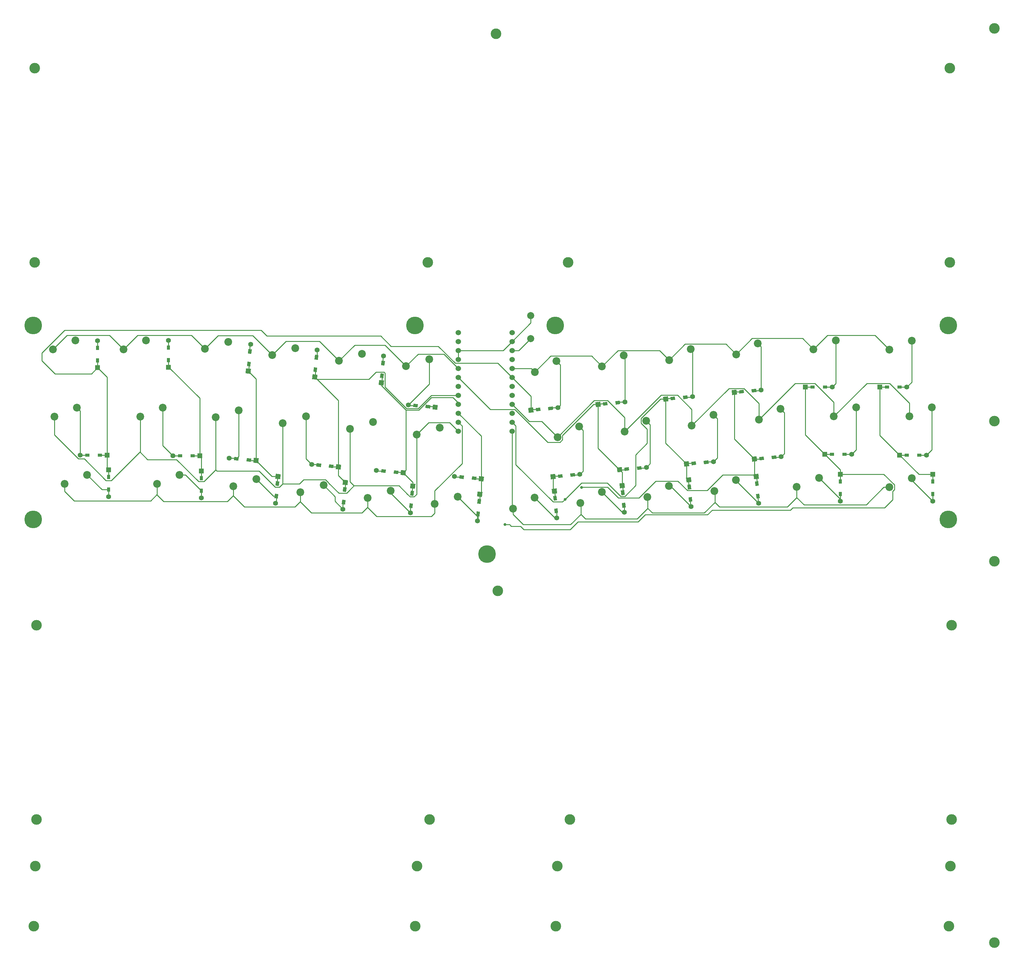
<source format=gbl>
%TF.GenerationSoftware,KiCad,Pcbnew,(5.1.6-0-10_14)*%
%TF.CreationDate,2020-09-01T22:17:50+09:00*%
%TF.ProjectId,cool836,636f6f6c-3833-4362-9e6b-696361645f70,rev?*%
%TF.SameCoordinates,Original*%
%TF.FileFunction,Copper,L2,Bot*%
%TF.FilePolarity,Positive*%
%FSLAX46Y46*%
G04 Gerber Fmt 4.6, Leading zero omitted, Abs format (unit mm)*
G04 Created by KiCad (PCBNEW (5.1.6-0-10_14)) date 2020-09-01 22:17:50*
%MOMM*%
%LPD*%
G01*
G04 APERTURE LIST*
%TA.AperFunction,WasherPad*%
%ADD10C,3.000000*%
%TD*%
%TA.AperFunction,WasherPad*%
%ADD11C,5.000000*%
%TD*%
%TA.AperFunction,ComponentPad*%
%ADD12C,1.524000*%
%TD*%
%TA.AperFunction,ComponentPad*%
%ADD13C,2.200000*%
%TD*%
%TA.AperFunction,ComponentPad*%
%ADD14C,1.397000*%
%TD*%
%TA.AperFunction,ComponentPad*%
%ADD15R,1.397000X1.397000*%
%TD*%
%TA.AperFunction,SMDPad,CuDef*%
%ADD16R,0.950000X1.300000*%
%TD*%
%TA.AperFunction,ComponentPad*%
%ADD17C,0.100000*%
%TD*%
%TA.AperFunction,SMDPad,CuDef*%
%ADD18C,0.100000*%
%TD*%
%TA.AperFunction,SMDPad,CuDef*%
%ADD19R,1.300000X0.950000*%
%TD*%
%TA.AperFunction,ComponentPad*%
%ADD20C,2.000000*%
%TD*%
%TA.AperFunction,ViaPad*%
%ADD21C,0.800000*%
%TD*%
%TA.AperFunction,Conductor*%
%ADD22C,0.250000*%
%TD*%
G04 APERTURE END LIST*
D10*
%TO.P,REF\u002A\u002A,*%
%TO.N,*%
X198000000Y-81125000D03*
%TD*%
%TO.P,REF\u002A\u002A,*%
%TO.N,*%
X309275000Y-81125000D03*
%TD*%
%TO.P,REF\u002A\u002A,*%
%TO.N,*%
X158275000Y-81125000D03*
%TD*%
%TO.P,REF\u002A\u002A,*%
%TO.N,*%
X50275000Y-81125000D03*
%TD*%
%TO.P,REF\u002A\u002A,*%
%TO.N,*%
X322175000Y61950000D03*
%TD*%
%TO.P,REF\u002A\u002A,*%
%TO.N,*%
X322175000Y173225000D03*
%TD*%
%TO.P,REF\u002A\u002A,*%
%TO.N,*%
X322175000Y22225000D03*
%TD*%
%TO.P,REF\u002A\u002A,*%
%TO.N,*%
X322175000Y-85775000D03*
%TD*%
%TO.P,REF\u002A\u002A,*%
%TO.N,*%
X158725000Y-64100000D03*
%TD*%
%TO.P,REF\u002A\u002A,*%
%TO.N,*%
X50725000Y-64100000D03*
%TD*%
%TO.P,REF\u002A\u002A,*%
%TO.N,*%
X309725000Y-64100000D03*
%TD*%
%TO.P,REF\u002A\u002A,*%
%TO.N,*%
X198450000Y-64100000D03*
%TD*%
%TO.P,REF\u002A\u002A,*%
%TO.N,*%
X51050000Y4125000D03*
%TD*%
%TO.P,REF\u002A\u002A,*%
%TO.N,*%
X51050000Y-50875000D03*
%TD*%
%TO.P,REF\u002A\u002A,*%
%TO.N,*%
X202050000Y-50875000D03*
%TD*%
%TO.P,REF\u002A\u002A,*%
%TO.N,*%
X162325000Y-50875000D03*
%TD*%
%TO.P,REF\u002A\u002A,*%
%TO.N,*%
X181650000Y13885000D03*
%TD*%
%TO.P,REF\u002A\u002A,*%
%TO.N,*%
X310050000Y4125000D03*
%TD*%
%TO.P,REF\u002A\u002A,*%
%TO.N,*%
X310050000Y-50875000D03*
%TD*%
%TO.P,REF\u002A\u002A,*%
%TO.N,*%
X309525000Y106950000D03*
%TD*%
%TO.P,REF\u002A\u002A,*%
%TO.N,*%
X309525000Y161950000D03*
%TD*%
%TO.P,REF\u002A\u002A,*%
%TO.N,*%
X181125000Y171710000D03*
%TD*%
%TO.P,REF\u002A\u002A,*%
%TO.N,*%
X201525000Y106950000D03*
%TD*%
%TO.P,REF\u002A\u002A,*%
%TO.N,*%
X161800000Y106950000D03*
%TD*%
%TO.P,REF\u002A\u002A,*%
%TO.N,*%
X50525000Y106950000D03*
%TD*%
%TO.P,REF\u002A\u002A,*%
%TO.N,*%
X50525000Y161950000D03*
%TD*%
D11*
%TO.P,REF\u002A\u002A,*%
%TO.N,*%
X197850000Y89075000D03*
%TD*%
D12*
%TO.P,U1,1*%
%TO.N,Net-(U1-Pad1)*%
X170413600Y87053000D03*
%TO.P,U1,2*%
%TO.N,Net-(U1-Pad2)*%
X170413600Y84513000D03*
%TO.P,U1,3*%
%TO.N,GND*%
X170413600Y81973000D03*
%TO.P,U1,4*%
X170413600Y79433000D03*
%TO.P,U1,5*%
%TO.N,col0*%
X170413600Y76893000D03*
%TO.P,U1,6*%
%TO.N,row1*%
X170413600Y74353000D03*
%TO.P,U1,7*%
%TO.N,Net-(U1-Pad7)*%
X170413600Y71813000D03*
%TO.P,U1,8*%
%TO.N,row3*%
X170413600Y69273000D03*
%TO.P,U1,9*%
%TO.N,row4*%
X170413600Y66733000D03*
%TO.P,U1,10*%
%TO.N,row5*%
X170413600Y64193000D03*
%TO.P,U1,11*%
%TO.N,col2*%
X170413600Y61653000D03*
%TO.P,U1,12*%
%TO.N,col1*%
X170413600Y59113000D03*
%TO.P,U1,13*%
%TO.N,col5*%
X185633600Y59113000D03*
%TO.P,U1,14*%
%TO.N,row2*%
X185633600Y61653000D03*
%TO.P,U1,15*%
%TO.N,Net-(U1-Pad15)*%
X185633600Y64193000D03*
%TO.P,U1,16*%
%TO.N,col4*%
X185633600Y66733000D03*
%TO.P,U1,17*%
%TO.N,Net-(U1-Pad17)*%
X185633600Y69273000D03*
%TO.P,U1,18*%
%TO.N,Net-(U1-Pad18)*%
X185633600Y71813000D03*
%TO.P,U1,19*%
%TO.N,row0*%
X185633600Y74353000D03*
%TO.P,U1,20*%
%TO.N,col3*%
X185633600Y76893000D03*
%TO.P,U1,21*%
%TO.N,VCC*%
X185633600Y79433000D03*
%TO.P,U1,22*%
%TO.N,reset*%
X185633600Y81973000D03*
%TO.P,U1,23*%
%TO.N,GND*%
X185633600Y84513000D03*
%TO.P,U1,24*%
%TO.N,Net-(U1-Pad24)*%
X185633600Y87053000D03*
%TD*%
D11*
%TO.P,REF\u002A\u002A,*%
%TO.N,*%
X178525000Y24325000D03*
%TD*%
%TO.P,REF\u002A\u002A,*%
%TO.N,*%
X50125000Y34075000D03*
%TD*%
%TO.P,REF\u002A\u002A,*%
%TO.N,*%
X50125000Y89075000D03*
%TD*%
%TO.P,REF\u002A\u002A,*%
%TO.N,*%
X158125000Y89075000D03*
%TD*%
%TO.P,REF\u002A\u002A,*%
%TO.N,*%
X309125000Y34075000D03*
%TD*%
%TO.P,REF\u002A\u002A,*%
%TO.N,*%
X309125000Y89075000D03*
%TD*%
D13*
%TO.P,SW1,1*%
%TO.N,col0*%
X55715000Y82315000D03*
%TO.P,SW1,2*%
%TO.N,Net-(D1-Pad2)*%
X62065000Y84855000D03*
%TD*%
%TO.P,SW7,2*%
%TO.N,Net-(D7-Pad2)*%
X62465000Y65755000D03*
%TO.P,SW7,1*%
%TO.N,col1*%
X56115000Y63215000D03*
%TD*%
D14*
%TO.P,D1,2*%
%TO.N,Net-(D1-Pad2)*%
X68325000Y84710000D03*
D15*
%TO.P,D1,1*%
%TO.N,row0*%
X68325000Y77090000D03*
D16*
X68325000Y79125000D03*
%TO.P,D1,2*%
%TO.N,Net-(D1-Pad2)*%
X68325000Y82675000D03*
%TD*%
D14*
%TO.P,D2,2*%
%TO.N,Net-(D2-Pad2)*%
X88400000Y84860000D03*
D15*
%TO.P,D2,1*%
%TO.N,row1*%
X88400000Y77240000D03*
D16*
X88400000Y79275000D03*
%TO.P,D2,2*%
%TO.N,Net-(D2-Pad2)*%
X88400000Y82825000D03*
%TD*%
D14*
%TO.P,D3,2*%
%TO.N,Net-(D3-Pad2)*%
X111632063Y83695502D03*
%TA.AperFunction,ComponentPad*%
D17*
%TO.P,D3,1*%
%TO.N,row2*%
G36*
X111602901Y75347778D02*
G01*
X110211217Y75469534D01*
X110332973Y76861218D01*
X111724657Y76739462D01*
X111602901Y75347778D01*
G37*
%TD.AperFunction*%
%TA.AperFunction,SMDPad,CuDef*%
D18*
G36*
X111561840Y77442828D02*
G01*
X110615455Y77525626D01*
X110728758Y78820680D01*
X111675143Y78737882D01*
X111561840Y77442828D01*
G37*
%TD.AperFunction*%
%TA.AperFunction,SMDPad,CuDef*%
%TO.P,D3,2*%
%TO.N,Net-(D3-Pad2)*%
G36*
X111871242Y80979320D02*
G01*
X110924857Y81062118D01*
X111038160Y82357172D01*
X111984545Y82274374D01*
X111871242Y80979320D01*
G37*
%TD.AperFunction*%
%TD*%
D14*
%TO.P,D4,2*%
%TO.N,Net-(D4-Pad2)*%
X130457063Y82070502D03*
%TA.AperFunction,ComponentPad*%
D17*
%TO.P,D4,1*%
%TO.N,row3*%
G36*
X130427901Y73722778D02*
G01*
X129036217Y73844534D01*
X129157973Y75236218D01*
X130549657Y75114462D01*
X130427901Y73722778D01*
G37*
%TD.AperFunction*%
%TA.AperFunction,SMDPad,CuDef*%
D18*
G36*
X130386840Y75817828D02*
G01*
X129440455Y75900626D01*
X129553758Y77195680D01*
X130500143Y77112882D01*
X130386840Y75817828D01*
G37*
%TD.AperFunction*%
%TA.AperFunction,SMDPad,CuDef*%
%TO.P,D4,2*%
%TO.N,Net-(D4-Pad2)*%
G36*
X130696242Y79354320D02*
G01*
X129749857Y79437118D01*
X129863160Y80732172D01*
X130809545Y80649374D01*
X130696242Y79354320D01*
G37*
%TD.AperFunction*%
%TD*%
D14*
%TO.P,D5,2*%
%TO.N,Net-(D5-Pad2)*%
X149307063Y80420502D03*
%TA.AperFunction,ComponentPad*%
D17*
%TO.P,D5,1*%
%TO.N,row4*%
G36*
X149277901Y72072778D02*
G01*
X147886217Y72194534D01*
X148007973Y73586218D01*
X149399657Y73464462D01*
X149277901Y72072778D01*
G37*
%TD.AperFunction*%
%TA.AperFunction,SMDPad,CuDef*%
D18*
G36*
X149236840Y74167828D02*
G01*
X148290455Y74250626D01*
X148403758Y75545680D01*
X149350143Y75462882D01*
X149236840Y74167828D01*
G37*
%TD.AperFunction*%
%TA.AperFunction,SMDPad,CuDef*%
%TO.P,D5,2*%
%TO.N,Net-(D5-Pad2)*%
G36*
X149546242Y77704320D02*
G01*
X148599857Y77787118D01*
X148713160Y79082172D01*
X149659545Y78999374D01*
X149546242Y77704320D01*
G37*
%TD.AperFunction*%
%TD*%
D14*
%TO.P,D6,2*%
%TO.N,Net-(D6-Pad2)*%
X156279498Y66557063D03*
%TA.AperFunction,ComponentPad*%
D17*
%TO.P,D6,1*%
%TO.N,row5*%
G36*
X164627222Y66527901D02*
G01*
X164505466Y65136217D01*
X163113782Y65257973D01*
X163235538Y66649657D01*
X164627222Y66527901D01*
G37*
%TD.AperFunction*%
%TA.AperFunction,SMDPad,CuDef*%
D18*
G36*
X162532172Y66486840D02*
G01*
X162449374Y65540455D01*
X161154320Y65653758D01*
X161237118Y66600143D01*
X162532172Y66486840D01*
G37*
%TD.AperFunction*%
%TA.AperFunction,SMDPad,CuDef*%
%TO.P,D6,2*%
%TO.N,Net-(D6-Pad2)*%
G36*
X158995680Y66796242D02*
G01*
X158912882Y65849857D01*
X157617828Y65963160D01*
X157700626Y66909545D01*
X158995680Y66796242D01*
G37*
%TD.AperFunction*%
%TD*%
D19*
%TO.P,D7,2*%
%TO.N,Net-(D7-Pad2)*%
X65450000Y52275000D03*
%TO.P,D7,1*%
%TO.N,row0*%
X69000000Y52275000D03*
D15*
X71035000Y52275000D03*
D14*
%TO.P,D7,2*%
%TO.N,Net-(D7-Pad2)*%
X63415000Y52275000D03*
%TD*%
D19*
%TO.P,D8,2*%
%TO.N,Net-(D8-Pad2)*%
X91725000Y52100000D03*
%TO.P,D8,1*%
%TO.N,row1*%
X95275000Y52100000D03*
D15*
X97310000Y52100000D03*
D14*
%TO.P,D8,2*%
%TO.N,Net-(D8-Pad2)*%
X89690000Y52100000D03*
%TD*%
%TA.AperFunction,SMDPad,CuDef*%
D18*
%TO.P,D9,2*%
%TO.N,Net-(D9-Pad2)*%
G36*
X108320680Y51696242D02*
G01*
X108237882Y50749857D01*
X106942828Y50863160D01*
X107025626Y51809545D01*
X108320680Y51696242D01*
G37*
%TD.AperFunction*%
%TA.AperFunction,SMDPad,CuDef*%
%TO.P,D9,1*%
%TO.N,row2*%
G36*
X111857172Y51386840D02*
G01*
X111774374Y50440455D01*
X110479320Y50553758D01*
X110562118Y51500143D01*
X111857172Y51386840D01*
G37*
%TD.AperFunction*%
%TA.AperFunction,ComponentPad*%
D17*
G36*
X113952222Y51427901D02*
G01*
X113830466Y50036217D01*
X112438782Y50157973D01*
X112560538Y51549657D01*
X113952222Y51427901D01*
G37*
%TD.AperFunction*%
D14*
%TO.P,D9,2*%
%TO.N,Net-(D9-Pad2)*%
X105604498Y51457063D03*
%TD*%
%TA.AperFunction,SMDPad,CuDef*%
D18*
%TO.P,D10,2*%
%TO.N,Net-(D10-Pad2)*%
G36*
X131620680Y49896242D02*
G01*
X131537882Y48949857D01*
X130242828Y49063160D01*
X130325626Y50009545D01*
X131620680Y49896242D01*
G37*
%TD.AperFunction*%
%TA.AperFunction,SMDPad,CuDef*%
%TO.P,D10,1*%
%TO.N,row3*%
G36*
X135157172Y49586840D02*
G01*
X135074374Y48640455D01*
X133779320Y48753758D01*
X133862118Y49700143D01*
X135157172Y49586840D01*
G37*
%TD.AperFunction*%
%TA.AperFunction,ComponentPad*%
D17*
G36*
X137252222Y49627901D02*
G01*
X137130466Y48236217D01*
X135738782Y48357973D01*
X135860538Y49749657D01*
X137252222Y49627901D01*
G37*
%TD.AperFunction*%
D14*
%TO.P,D10,2*%
%TO.N,Net-(D10-Pad2)*%
X128904498Y49657063D03*
%TD*%
%TA.AperFunction,SMDPad,CuDef*%
D18*
%TO.P,D11,2*%
%TO.N,Net-(D11-Pad2)*%
G36*
X149970680Y48221242D02*
G01*
X149887882Y47274857D01*
X148592828Y47388160D01*
X148675626Y48334545D01*
X149970680Y48221242D01*
G37*
%TD.AperFunction*%
%TA.AperFunction,SMDPad,CuDef*%
%TO.P,D11,1*%
%TO.N,row4*%
G36*
X153507172Y47911840D02*
G01*
X153424374Y46965455D01*
X152129320Y47078758D01*
X152212118Y48025143D01*
X153507172Y47911840D01*
G37*
%TD.AperFunction*%
%TA.AperFunction,ComponentPad*%
D17*
G36*
X155602222Y47952901D02*
G01*
X155480466Y46561217D01*
X154088782Y46682973D01*
X154210538Y48074657D01*
X155602222Y47952901D01*
G37*
%TD.AperFunction*%
D14*
%TO.P,D11,2*%
%TO.N,Net-(D11-Pad2)*%
X147254498Y47982063D03*
%TD*%
%TO.P,D12,2*%
%TO.N,Net-(D12-Pad2)*%
X169329498Y46282063D03*
%TA.AperFunction,ComponentPad*%
D17*
%TO.P,D12,1*%
%TO.N,row5*%
G36*
X177677222Y46252901D02*
G01*
X177555466Y44861217D01*
X176163782Y44982973D01*
X176285538Y46374657D01*
X177677222Y46252901D01*
G37*
%TD.AperFunction*%
%TA.AperFunction,SMDPad,CuDef*%
D18*
G36*
X175582172Y46211840D02*
G01*
X175499374Y45265455D01*
X174204320Y45378758D01*
X174287118Y46325143D01*
X175582172Y46211840D01*
G37*
%TD.AperFunction*%
%TA.AperFunction,SMDPad,CuDef*%
%TO.P,D12,2*%
%TO.N,Net-(D12-Pad2)*%
G36*
X172045680Y46521242D02*
G01*
X171962882Y45574857D01*
X170667828Y45688160D01*
X170750626Y46634545D01*
X172045680Y46521242D01*
G37*
%TD.AperFunction*%
%TD*%
D14*
%TO.P,D13,2*%
%TO.N,Net-(D13-Pad2)*%
X71450000Y40515000D03*
D15*
%TO.P,D13,1*%
%TO.N,row0*%
X71450000Y48135000D03*
D16*
X71450000Y46100000D03*
%TO.P,D13,2*%
%TO.N,Net-(D13-Pad2)*%
X71450000Y42550000D03*
%TD*%
D14*
%TO.P,D14,2*%
%TO.N,Net-(D14-Pad2)*%
X97700000Y40215000D03*
D15*
%TO.P,D14,1*%
%TO.N,row1*%
X97700000Y47835000D03*
D16*
X97700000Y45800000D03*
%TO.P,D14,2*%
%TO.N,Net-(D14-Pad2)*%
X97700000Y42250000D03*
%TD*%
D14*
%TO.P,D15,2*%
%TO.N,Net-(D15-Pad2)*%
X118742937Y38679498D03*
%TA.AperFunction,ComponentPad*%
D17*
%TO.P,D15,1*%
%TO.N,row2*%
G36*
X118772099Y47027222D02*
G01*
X120163783Y46905466D01*
X120042027Y45513782D01*
X118650343Y45635538D01*
X118772099Y47027222D01*
G37*
%TD.AperFunction*%
%TA.AperFunction,SMDPad,CuDef*%
D18*
G36*
X118813160Y44932172D02*
G01*
X119759545Y44849374D01*
X119646242Y43554320D01*
X118699857Y43637118D01*
X118813160Y44932172D01*
G37*
%TD.AperFunction*%
%TA.AperFunction,SMDPad,CuDef*%
%TO.P,D15,2*%
%TO.N,Net-(D15-Pad2)*%
G36*
X118503758Y41395680D02*
G01*
X119450143Y41312882D01*
X119336840Y40017828D01*
X118390455Y40100626D01*
X118503758Y41395680D01*
G37*
%TD.AperFunction*%
%TD*%
D14*
%TO.P,D16,2*%
%TO.N,Net-(D16-Pad2)*%
X137792937Y37004498D03*
%TA.AperFunction,ComponentPad*%
D17*
%TO.P,D16,1*%
%TO.N,row3*%
G36*
X137822099Y45352222D02*
G01*
X139213783Y45230466D01*
X139092027Y43838782D01*
X137700343Y43960538D01*
X137822099Y45352222D01*
G37*
%TD.AperFunction*%
%TA.AperFunction,SMDPad,CuDef*%
D18*
G36*
X137863160Y43257172D02*
G01*
X138809545Y43174374D01*
X138696242Y41879320D01*
X137749857Y41962118D01*
X137863160Y43257172D01*
G37*
%TD.AperFunction*%
%TA.AperFunction,SMDPad,CuDef*%
%TO.P,D16,2*%
%TO.N,Net-(D16-Pad2)*%
G36*
X137553758Y39720680D02*
G01*
X138500143Y39637882D01*
X138386840Y38342828D01*
X137440455Y38425626D01*
X137553758Y39720680D01*
G37*
%TD.AperFunction*%
%TD*%
D14*
%TO.P,D17,2*%
%TO.N,Net-(D17-Pad2)*%
X156867937Y35954498D03*
%TA.AperFunction,ComponentPad*%
D17*
%TO.P,D17,1*%
%TO.N,row4*%
G36*
X156897099Y44302222D02*
G01*
X158288783Y44180466D01*
X158167027Y42788782D01*
X156775343Y42910538D01*
X156897099Y44302222D01*
G37*
%TD.AperFunction*%
%TA.AperFunction,SMDPad,CuDef*%
D18*
G36*
X156938160Y42207172D02*
G01*
X157884545Y42124374D01*
X157771242Y40829320D01*
X156824857Y40912118D01*
X156938160Y42207172D01*
G37*
%TD.AperFunction*%
%TA.AperFunction,SMDPad,CuDef*%
%TO.P,D17,2*%
%TO.N,Net-(D17-Pad2)*%
G36*
X156628758Y38670680D02*
G01*
X157575143Y38587882D01*
X157461840Y37292828D01*
X156515455Y37375626D01*
X156628758Y38670680D01*
G37*
%TD.AperFunction*%
%TD*%
%TA.AperFunction,SMDPad,CuDef*%
%TO.P,D18,2*%
%TO.N,Net-(D18-Pad2)*%
G36*
X175603758Y36370680D02*
G01*
X176550143Y36287882D01*
X176436840Y34992828D01*
X175490455Y35075626D01*
X175603758Y36370680D01*
G37*
%TD.AperFunction*%
%TA.AperFunction,SMDPad,CuDef*%
%TO.P,D18,1*%
%TO.N,row5*%
G36*
X175913160Y39907172D02*
G01*
X176859545Y39824374D01*
X176746242Y38529320D01*
X175799857Y38612118D01*
X175913160Y39907172D01*
G37*
%TD.AperFunction*%
%TA.AperFunction,ComponentPad*%
D17*
G36*
X175872099Y42002222D02*
G01*
X177263783Y41880466D01*
X177142027Y40488782D01*
X175750343Y40610538D01*
X175872099Y42002222D01*
G37*
%TD.AperFunction*%
D14*
%TO.P,D18,2*%
%TO.N,Net-(D18-Pad2)*%
X175842937Y33654498D03*
%TD*%
%TA.AperFunction,SMDPad,CuDef*%
D18*
%TO.P,D19,2*%
%TO.N,Net-(D19-Pad2)*%
G36*
X195955364Y65029558D02*
G01*
X195872566Y65975943D01*
X197167620Y66089246D01*
X197250418Y65142861D01*
X195955364Y65029558D01*
G37*
%TD.AperFunction*%
%TA.AperFunction,SMDPad,CuDef*%
%TO.P,D19,1*%
%TO.N,row0*%
G36*
X192418872Y64720156D02*
G01*
X192336074Y65666541D01*
X193631128Y65779844D01*
X193713926Y64833459D01*
X192418872Y64720156D01*
G37*
%TD.AperFunction*%
%TA.AperFunction,ComponentPad*%
D17*
G36*
X190362780Y64315918D02*
G01*
X190241024Y65707602D01*
X191632708Y65829358D01*
X191754464Y64437674D01*
X190362780Y64315918D01*
G37*
%TD.AperFunction*%
D14*
%TO.P,D19,2*%
%TO.N,Net-(D19-Pad2)*%
X198588748Y65736764D03*
%TD*%
%TA.AperFunction,SMDPad,CuDef*%
D18*
%TO.P,D20,2*%
%TO.N,Net-(D20-Pad2)*%
G36*
X214937118Y66649857D02*
G01*
X214854320Y67596242D01*
X216149374Y67709545D01*
X216232172Y66763160D01*
X214937118Y66649857D01*
G37*
%TD.AperFunction*%
%TA.AperFunction,SMDPad,CuDef*%
%TO.P,D20,1*%
%TO.N,row1*%
G36*
X211400626Y66340455D02*
G01*
X211317828Y67286840D01*
X212612882Y67400143D01*
X212695680Y66453758D01*
X211400626Y66340455D01*
G37*
%TD.AperFunction*%
%TA.AperFunction,ComponentPad*%
D17*
G36*
X209344534Y65936217D02*
G01*
X209222778Y67327901D01*
X210614462Y67449657D01*
X210736218Y66057973D01*
X209344534Y65936217D01*
G37*
%TD.AperFunction*%
D14*
%TO.P,D20,2*%
%TO.N,Net-(D20-Pad2)*%
X217570502Y67357063D03*
%TD*%
%TA.AperFunction,SMDPad,CuDef*%
D18*
%TO.P,D21,2*%
%TO.N,Net-(D21-Pad2)*%
G36*
X234087118Y68174857D02*
G01*
X234004320Y69121242D01*
X235299374Y69234545D01*
X235382172Y68288160D01*
X234087118Y68174857D01*
G37*
%TD.AperFunction*%
%TA.AperFunction,SMDPad,CuDef*%
%TO.P,D21,1*%
%TO.N,row2*%
G36*
X230550626Y67865455D02*
G01*
X230467828Y68811840D01*
X231762882Y68925143D01*
X231845680Y67978758D01*
X230550626Y67865455D01*
G37*
%TD.AperFunction*%
%TA.AperFunction,ComponentPad*%
D17*
G36*
X228494534Y67461217D02*
G01*
X228372778Y68852901D01*
X229764462Y68974657D01*
X229886218Y67582973D01*
X228494534Y67461217D01*
G37*
%TD.AperFunction*%
D14*
%TO.P,D21,2*%
%TO.N,Net-(D21-Pad2)*%
X236720502Y68882063D03*
%TD*%
%TA.AperFunction,SMDPad,CuDef*%
D18*
%TO.P,D22,2*%
%TO.N,Net-(D22-Pad2)*%
G36*
X253512118Y70074857D02*
G01*
X253429320Y71021242D01*
X254724374Y71134545D01*
X254807172Y70188160D01*
X253512118Y70074857D01*
G37*
%TD.AperFunction*%
%TA.AperFunction,SMDPad,CuDef*%
%TO.P,D22,1*%
%TO.N,row3*%
G36*
X249975626Y69765455D02*
G01*
X249892828Y70711840D01*
X251187882Y70825143D01*
X251270680Y69878758D01*
X249975626Y69765455D01*
G37*
%TD.AperFunction*%
%TA.AperFunction,ComponentPad*%
D17*
G36*
X247919534Y69361217D02*
G01*
X247797778Y70752901D01*
X249189462Y70874657D01*
X249311218Y69482973D01*
X247919534Y69361217D01*
G37*
%TD.AperFunction*%
D14*
%TO.P,D22,2*%
%TO.N,Net-(D22-Pad2)*%
X256145502Y70782063D03*
%TD*%
D19*
%TO.P,D23,2*%
%TO.N,Net-(D23-Pad2)*%
X274200000Y71625000D03*
%TO.P,D23,1*%
%TO.N,row4*%
X270650000Y71625000D03*
D15*
X268615000Y71625000D03*
D14*
%TO.P,D23,2*%
%TO.N,Net-(D23-Pad2)*%
X276235000Y71625000D03*
%TD*%
%TO.P,D24,2*%
%TO.N,Net-(D24-Pad2)*%
X297385000Y71625000D03*
D15*
%TO.P,D24,1*%
%TO.N,row5*%
X289765000Y71625000D03*
D19*
X291800000Y71625000D03*
%TO.P,D24,2*%
%TO.N,Net-(D24-Pad2)*%
X295350000Y71625000D03*
%TD*%
D14*
%TO.P,D25,2*%
%TO.N,Net-(D25-Pad2)*%
X204845502Y46882063D03*
%TA.AperFunction,ComponentPad*%
D17*
%TO.P,D25,1*%
%TO.N,row0*%
G36*
X196619534Y45461217D02*
G01*
X196497778Y46852901D01*
X197889462Y46974657D01*
X198011218Y45582973D01*
X196619534Y45461217D01*
G37*
%TD.AperFunction*%
%TA.AperFunction,SMDPad,CuDef*%
D18*
G36*
X198675626Y45865455D02*
G01*
X198592828Y46811840D01*
X199887882Y46925143D01*
X199970680Y45978758D01*
X198675626Y45865455D01*
G37*
%TD.AperFunction*%
%TA.AperFunction,SMDPad,CuDef*%
%TO.P,D25,2*%
%TO.N,Net-(D25-Pad2)*%
G36*
X202212118Y46174857D02*
G01*
X202129320Y47121242D01*
X203424374Y47234545D01*
X203507172Y46288160D01*
X202212118Y46174857D01*
G37*
%TD.AperFunction*%
%TD*%
D14*
%TO.P,D26,2*%
%TO.N,Net-(D26-Pad2)*%
X223663748Y48861764D03*
%TA.AperFunction,ComponentPad*%
D17*
%TO.P,D26,1*%
%TO.N,row1*%
G36*
X215437780Y47440918D02*
G01*
X215316024Y48832602D01*
X216707708Y48954358D01*
X216829464Y47562674D01*
X215437780Y47440918D01*
G37*
%TD.AperFunction*%
%TA.AperFunction,SMDPad,CuDef*%
D18*
G36*
X217493872Y47845156D02*
G01*
X217411074Y48791541D01*
X218706128Y48904844D01*
X218788926Y47958459D01*
X217493872Y47845156D01*
G37*
%TD.AperFunction*%
%TA.AperFunction,SMDPad,CuDef*%
%TO.P,D26,2*%
%TO.N,Net-(D26-Pad2)*%
G36*
X221030364Y48154558D02*
G01*
X220947566Y49100943D01*
X222242620Y49214246D01*
X222325418Y48267861D01*
X221030364Y48154558D01*
G37*
%TD.AperFunction*%
%TD*%
D14*
%TO.P,D27,2*%
%TO.N,Net-(D27-Pad2)*%
X242613748Y50486764D03*
%TA.AperFunction,ComponentPad*%
D17*
%TO.P,D27,1*%
%TO.N,row2*%
G36*
X234387780Y49065918D02*
G01*
X234266024Y50457602D01*
X235657708Y50579358D01*
X235779464Y49187674D01*
X234387780Y49065918D01*
G37*
%TD.AperFunction*%
%TA.AperFunction,SMDPad,CuDef*%
D18*
G36*
X236443872Y49470156D02*
G01*
X236361074Y50416541D01*
X237656128Y50529844D01*
X237738926Y49583459D01*
X236443872Y49470156D01*
G37*
%TD.AperFunction*%
%TA.AperFunction,SMDPad,CuDef*%
%TO.P,D27,2*%
%TO.N,Net-(D27-Pad2)*%
G36*
X239980364Y49779558D02*
G01*
X239897566Y50725943D01*
X241192620Y50839246D01*
X241275418Y49892861D01*
X239980364Y49779558D01*
G37*
%TD.AperFunction*%
%TD*%
D14*
%TO.P,D28,2*%
%TO.N,Net-(D28-Pad2)*%
X261820502Y51882063D03*
%TA.AperFunction,ComponentPad*%
D17*
%TO.P,D28,1*%
%TO.N,row3*%
G36*
X253594534Y50461217D02*
G01*
X253472778Y51852901D01*
X254864462Y51974657D01*
X254986218Y50582973D01*
X253594534Y50461217D01*
G37*
%TD.AperFunction*%
%TA.AperFunction,SMDPad,CuDef*%
D18*
G36*
X255650626Y50865455D02*
G01*
X255567828Y51811840D01*
X256862882Y51925143D01*
X256945680Y50978758D01*
X255650626Y50865455D01*
G37*
%TD.AperFunction*%
%TA.AperFunction,SMDPad,CuDef*%
%TO.P,D28,2*%
%TO.N,Net-(D28-Pad2)*%
G36*
X259187118Y51174857D02*
G01*
X259104320Y52121242D01*
X260399374Y52234545D01*
X260482172Y51288160D01*
X259187118Y51174857D01*
G37*
%TD.AperFunction*%
%TD*%
D14*
%TO.P,D29,2*%
%TO.N,Net-(D29-Pad2)*%
X281785000Y52550000D03*
D15*
%TO.P,D29,1*%
%TO.N,row4*%
X274165000Y52550000D03*
D19*
X276200000Y52550000D03*
%TO.P,D29,2*%
%TO.N,Net-(D29-Pad2)*%
X279750000Y52550000D03*
%TD*%
%TO.P,D30,2*%
%TO.N,Net-(D30-Pad2)*%
X300925000Y52325000D03*
%TO.P,D30,1*%
%TO.N,row5*%
X297375000Y52325000D03*
D15*
X295340000Y52325000D03*
D14*
%TO.P,D30,2*%
%TO.N,Net-(D30-Pad2)*%
X302960000Y52325000D03*
%TD*%
%TA.AperFunction,SMDPad,CuDef*%
D18*
%TO.P,D31,2*%
%TO.N,Net-(D31-Pad2)*%
G36*
X197599857Y37162882D02*
G01*
X198546242Y37245680D01*
X198659545Y35950626D01*
X197713160Y35867828D01*
X197599857Y37162882D01*
G37*
%TD.AperFunction*%
%TA.AperFunction,SMDPad,CuDef*%
%TO.P,D31,1*%
%TO.N,row0*%
G36*
X197290455Y40699374D02*
G01*
X198236840Y40782172D01*
X198350143Y39487118D01*
X197403758Y39404320D01*
X197290455Y40699374D01*
G37*
%TD.AperFunction*%
%TA.AperFunction,ComponentPad*%
D17*
G36*
X196886217Y42755466D02*
G01*
X198277901Y42877222D01*
X198399657Y41485538D01*
X197007973Y41363782D01*
X196886217Y42755466D01*
G37*
%TD.AperFunction*%
D14*
%TO.P,D31,2*%
%TO.N,Net-(D31-Pad2)*%
X198307063Y34529498D03*
%TD*%
%TA.AperFunction,SMDPad,CuDef*%
D18*
%TO.P,D32,2*%
%TO.N,Net-(D32-Pad2)*%
G36*
X216754558Y38744636D02*
G01*
X217700943Y38827434D01*
X217814246Y37532380D01*
X216867861Y37449582D01*
X216754558Y38744636D01*
G37*
%TD.AperFunction*%
%TA.AperFunction,SMDPad,CuDef*%
%TO.P,D32,1*%
%TO.N,row1*%
G36*
X216445156Y42281128D02*
G01*
X217391541Y42363926D01*
X217504844Y41068872D01*
X216558459Y40986074D01*
X216445156Y42281128D01*
G37*
%TD.AperFunction*%
%TA.AperFunction,ComponentPad*%
D17*
G36*
X216040918Y44337220D02*
G01*
X217432602Y44458976D01*
X217554358Y43067292D01*
X216162674Y42945536D01*
X216040918Y44337220D01*
G37*
%TD.AperFunction*%
D14*
%TO.P,D32,2*%
%TO.N,Net-(D32-Pad2)*%
X217461764Y36111252D03*
%TD*%
%TA.AperFunction,SMDPad,CuDef*%
D18*
%TO.P,D33,2*%
%TO.N,Net-(D33-Pad2)*%
G36*
X235599857Y40362882D02*
G01*
X236546242Y40445680D01*
X236659545Y39150626D01*
X235713160Y39067828D01*
X235599857Y40362882D01*
G37*
%TD.AperFunction*%
%TA.AperFunction,SMDPad,CuDef*%
%TO.P,D33,1*%
%TO.N,row2*%
G36*
X235290455Y43899374D02*
G01*
X236236840Y43982172D01*
X236350143Y42687118D01*
X235403758Y42604320D01*
X235290455Y43899374D01*
G37*
%TD.AperFunction*%
%TA.AperFunction,ComponentPad*%
D17*
G36*
X234886217Y45955466D02*
G01*
X236277901Y46077222D01*
X236399657Y44685538D01*
X235007973Y44563782D01*
X234886217Y45955466D01*
G37*
%TD.AperFunction*%
D14*
%TO.P,D33,2*%
%TO.N,Net-(D33-Pad2)*%
X236307063Y37729498D03*
%TD*%
%TA.AperFunction,SMDPad,CuDef*%
D18*
%TO.P,D34,2*%
%TO.N,Net-(D34-Pad2)*%
G36*
X254699857Y41337882D02*
G01*
X255646242Y41420680D01*
X255759545Y40125626D01*
X254813160Y40042828D01*
X254699857Y41337882D01*
G37*
%TD.AperFunction*%
%TA.AperFunction,SMDPad,CuDef*%
%TO.P,D34,1*%
%TO.N,row3*%
G36*
X254390455Y44874374D02*
G01*
X255336840Y44957172D01*
X255450143Y43662118D01*
X254503758Y43579320D01*
X254390455Y44874374D01*
G37*
%TD.AperFunction*%
%TA.AperFunction,ComponentPad*%
D17*
G36*
X253986217Y46930466D02*
G01*
X255377901Y47052222D01*
X255499657Y45660538D01*
X254107973Y45538782D01*
X253986217Y46930466D01*
G37*
%TD.AperFunction*%
D14*
%TO.P,D34,2*%
%TO.N,Net-(D34-Pad2)*%
X255407063Y38704498D03*
%TD*%
D16*
%TO.P,D35,2*%
%TO.N,Net-(D35-Pad2)*%
X278575000Y41300000D03*
%TO.P,D35,1*%
%TO.N,row4*%
X278575000Y44850000D03*
D15*
X278575000Y46885000D03*
D14*
%TO.P,D35,2*%
%TO.N,Net-(D35-Pad2)*%
X278575000Y39265000D03*
%TD*%
D16*
%TO.P,D36,2*%
%TO.N,Net-(D36-Pad2)*%
X304700000Y41300000D03*
%TO.P,D36,1*%
%TO.N,row5*%
X304700000Y44850000D03*
D15*
X304700000Y46885000D03*
D14*
%TO.P,D36,2*%
%TO.N,Net-(D36-Pad2)*%
X304700000Y39265000D03*
%TD*%
D13*
%TO.P,SW2,1*%
%TO.N,col0*%
X75715000Y82315000D03*
%TO.P,SW2,2*%
%TO.N,Net-(D2-Pad2)*%
X82065000Y84855000D03*
%TD*%
%TO.P,SW3,1*%
%TO.N,col0*%
X98750874Y82437398D03*
%TO.P,SW3,2*%
%TO.N,Net-(D3-Pad2)*%
X105298086Y84414293D03*
%TD*%
%TO.P,SW4,1*%
%TO.N,col0*%
X117750874Y80637398D03*
%TO.P,SW4,2*%
%TO.N,Net-(D4-Pad2)*%
X124298086Y82614293D03*
%TD*%
%TO.P,SW5,1*%
%TO.N,col0*%
X136650874Y79037398D03*
%TO.P,SW5,2*%
%TO.N,Net-(D5-Pad2)*%
X143198086Y81014293D03*
%TD*%
%TO.P,SW6,1*%
%TO.N,col0*%
X155650874Y77537398D03*
%TO.P,SW6,2*%
%TO.N,Net-(D6-Pad2)*%
X162198086Y79514293D03*
%TD*%
%TO.P,SW8,2*%
%TO.N,Net-(D8-Pad2)*%
X86765000Y65755000D03*
%TO.P,SW8,1*%
%TO.N,col1*%
X80415000Y63215000D03*
%TD*%
%TO.P,SW9,2*%
%TO.N,Net-(D9-Pad2)*%
X108298086Y65014293D03*
%TO.P,SW9,1*%
%TO.N,col1*%
X101750874Y63037398D03*
%TD*%
%TO.P,SW10,2*%
%TO.N,Net-(D10-Pad2)*%
X127298086Y63314293D03*
%TO.P,SW10,1*%
%TO.N,col1*%
X120750874Y61337398D03*
%TD*%
%TO.P,SW11,2*%
%TO.N,Net-(D11-Pad2)*%
X146298086Y61714293D03*
%TO.P,SW11,1*%
%TO.N,col1*%
X139750874Y59737398D03*
%TD*%
%TO.P,SW12,2*%
%TO.N,Net-(D12-Pad2)*%
X165198086Y60114293D03*
%TO.P,SW12,1*%
%TO.N,col1*%
X158650874Y58137398D03*
%TD*%
%TO.P,SW13,1*%
%TO.N,col2*%
X59015000Y44215000D03*
%TO.P,SW13,2*%
%TO.N,Net-(D13-Pad2)*%
X65365000Y46755000D03*
%TD*%
%TO.P,SW14,1*%
%TO.N,col2*%
X85215000Y44215000D03*
%TO.P,SW14,2*%
%TO.N,Net-(D14-Pad2)*%
X91565000Y46755000D03*
%TD*%
%TO.P,SW15,1*%
%TO.N,col2*%
X106750874Y43537398D03*
%TO.P,SW15,2*%
%TO.N,Net-(D15-Pad2)*%
X113298086Y45514293D03*
%TD*%
%TO.P,SW16,1*%
%TO.N,col2*%
X125750874Y41837398D03*
%TO.P,SW16,2*%
%TO.N,Net-(D16-Pad2)*%
X132298086Y43814293D03*
%TD*%
%TO.P,SW17,1*%
%TO.N,col2*%
X144750874Y40237398D03*
%TO.P,SW17,2*%
%TO.N,Net-(D17-Pad2)*%
X151298086Y42214293D03*
%TD*%
%TO.P,SW18,1*%
%TO.N,col2*%
X163750874Y38537398D03*
%TO.P,SW18,2*%
%TO.N,Net-(D18-Pad2)*%
X170298086Y40514293D03*
%TD*%
%TO.P,SW19,2*%
%TO.N,Net-(D19-Pad2)*%
X198212583Y78957045D03*
%TO.P,SW19,1*%
%TO.N,col3*%
X192108123Y75873271D03*
%TD*%
%TO.P,SW20,2*%
%TO.N,Net-(D20-Pad2)*%
X217212583Y80557045D03*
%TO.P,SW20,1*%
%TO.N,col3*%
X211108123Y77473271D03*
%TD*%
%TO.P,SW21,2*%
%TO.N,Net-(D21-Pad2)*%
X236212583Y82357045D03*
%TO.P,SW21,1*%
%TO.N,col3*%
X230108123Y79273271D03*
%TD*%
%TO.P,SW22,2*%
%TO.N,Net-(D22-Pad2)*%
X255212583Y83957045D03*
%TO.P,SW22,1*%
%TO.N,col3*%
X249108123Y80873271D03*
%TD*%
%TO.P,SW23,2*%
%TO.N,Net-(D23-Pad2)*%
X277265000Y84855000D03*
%TO.P,SW23,1*%
%TO.N,col3*%
X270915000Y82315000D03*
%TD*%
%TO.P,SW24,2*%
%TO.N,Net-(D24-Pad2)*%
X298765000Y84755000D03*
%TO.P,SW24,1*%
%TO.N,col3*%
X292415000Y82215000D03*
%TD*%
%TO.P,SW25,1*%
%TO.N,col4*%
X198508123Y57373271D03*
%TO.P,SW25,2*%
%TO.N,Net-(D25-Pad2)*%
X204612583Y60457045D03*
%TD*%
%TO.P,SW26,1*%
%TO.N,col4*%
X217508123Y58973271D03*
%TO.P,SW26,2*%
%TO.N,Net-(D26-Pad2)*%
X223612583Y62057045D03*
%TD*%
%TO.P,SW27,1*%
%TO.N,col4*%
X236508123Y60673271D03*
%TO.P,SW27,2*%
%TO.N,Net-(D27-Pad2)*%
X242612583Y63757045D03*
%TD*%
%TO.P,SW28,1*%
%TO.N,col4*%
X255508123Y62373271D03*
%TO.P,SW28,2*%
%TO.N,Net-(D28-Pad2)*%
X261612583Y65457045D03*
%TD*%
%TO.P,SW29,1*%
%TO.N,col4*%
X276715000Y63315000D03*
%TO.P,SW29,2*%
%TO.N,Net-(D29-Pad2)*%
X283065000Y65855000D03*
%TD*%
%TO.P,SW30,1*%
%TO.N,col4*%
X298115000Y63315000D03*
%TO.P,SW30,2*%
%TO.N,Net-(D30-Pad2)*%
X304465000Y65855000D03*
%TD*%
%TO.P,SW31,2*%
%TO.N,Net-(D31-Pad2)*%
X192012583Y40257045D03*
%TO.P,SW31,1*%
%TO.N,col5*%
X185908123Y37173271D03*
%TD*%
%TO.P,SW32,2*%
%TO.N,Net-(D32-Pad2)*%
X211112583Y41857045D03*
%TO.P,SW32,1*%
%TO.N,col5*%
X205008123Y38773271D03*
%TD*%
%TO.P,SW33,2*%
%TO.N,Net-(D33-Pad2)*%
X230012583Y43557045D03*
%TO.P,SW33,1*%
%TO.N,col5*%
X223908123Y40473271D03*
%TD*%
%TO.P,SW34,2*%
%TO.N,Net-(D34-Pad2)*%
X249012583Y45257045D03*
%TO.P,SW34,1*%
%TO.N,col5*%
X242908123Y42173271D03*
%TD*%
%TO.P,SW35,2*%
%TO.N,Net-(D35-Pad2)*%
X272565000Y45855000D03*
%TO.P,SW35,1*%
%TO.N,col5*%
X266215000Y43315000D03*
%TD*%
%TO.P,SW36,2*%
%TO.N,Net-(D36-Pad2)*%
X298765000Y45755000D03*
%TO.P,SW36,1*%
%TO.N,col5*%
X292415000Y43215000D03*
%TD*%
D20*
%TO.P,SW37,1*%
%TO.N,reset*%
X190950000Y85350000D03*
%TO.P,SW37,2*%
%TO.N,GND*%
X190950000Y91850000D03*
%TD*%
D21*
%TO.N,row2*%
X200625000Y39775000D03*
%TO.N,row3*%
X205352232Y43202232D03*
%TO.N,row4*%
X183625000Y32650000D03*
%TD*%
D22*
%TO.N,Net-(D1-Pad2)*%
X68325000Y83825000D02*
X68325000Y84710000D01*
X68325000Y83825000D02*
X68325000Y82675000D01*
%TO.N,row0*%
X197820299Y41943140D02*
X197642937Y42120502D01*
X197820299Y40093246D02*
X197820299Y41943140D01*
X197254498Y42508941D02*
X197642937Y42120502D01*
X197254498Y46217937D02*
X197254498Y42508941D01*
X197431860Y46395299D02*
X197254498Y46217937D01*
X199281754Y46395299D02*
X197431860Y46395299D01*
X191175106Y65250000D02*
X190997744Y65072638D01*
X193025000Y65250000D02*
X191175106Y65250000D01*
X68325000Y77090000D02*
X68325000Y79125000D01*
X71035000Y52275000D02*
X69000000Y52275000D01*
X71035000Y48550000D02*
X71450000Y48135000D01*
X71035000Y52275000D02*
X71035000Y48550000D01*
X71450000Y48135000D02*
X71450000Y46100000D01*
X71035000Y74380000D02*
X68325000Y77090000D01*
X185690650Y74407250D02*
X185636400Y74353000D01*
X190997744Y68988856D02*
X190997744Y65072638D01*
X185633600Y74353000D02*
X190997744Y68988856D01*
X66610000Y75375000D02*
X68325000Y77090000D01*
X56300000Y75375000D02*
X66610000Y75375000D01*
X52575000Y79100000D02*
X56300000Y75375000D01*
X185633600Y74353000D02*
X181640601Y78345999D01*
X164793010Y83150000D02*
X151400000Y83150000D01*
X52575000Y81284002D02*
X52575000Y79100000D01*
X58990998Y87700000D02*
X52575000Y81284002D01*
X181640601Y78345999D02*
X169597011Y78345999D01*
X114625000Y87700000D02*
X58990998Y87700000D01*
X116275000Y86050000D02*
X114625000Y87700000D01*
X169597011Y78345999D02*
X164793010Y83150000D01*
X148500000Y86050000D02*
X116275000Y86050000D01*
X151400000Y83150000D02*
X148500000Y86050000D01*
X71035000Y52275000D02*
X71035000Y74380000D01*
%TO.N,Net-(D2-Pad2)*%
X88400000Y82825000D02*
X88400000Y84860000D01*
%TO.N,row1*%
X88400000Y79275000D02*
X88400000Y77240000D01*
X97700000Y45800000D02*
X97700000Y47835000D01*
X97700000Y51710000D02*
X97310000Y52100000D01*
X97700000Y47835000D02*
X97700000Y51710000D01*
X216975000Y43524894D02*
X216797638Y43702256D01*
X216975000Y41675000D02*
X216975000Y43524894D01*
X216797638Y47472744D02*
X216072744Y48197638D01*
X216797638Y43702256D02*
X216797638Y47472744D01*
X217922638Y48197638D02*
X218100000Y48375000D01*
X216072744Y48197638D02*
X217922638Y48197638D01*
X210156860Y66870299D02*
X209979498Y66692937D01*
X212006754Y66870299D02*
X210156860Y66870299D01*
X212006754Y52263628D02*
X216072744Y48197638D01*
X209979498Y54290884D02*
X216072744Y48197638D01*
X209979498Y66692937D02*
X209979498Y54290884D01*
X199933124Y56689270D02*
X199192124Y55948270D01*
X199933124Y57886588D02*
X199933124Y56689270D01*
X208739473Y66692937D02*
X199933124Y57886588D01*
X209979498Y66692937D02*
X208739473Y66692937D01*
X88400000Y77240000D02*
X88510000Y77240000D01*
X97310000Y68440000D02*
X97310000Y52100000D01*
X88510000Y77240000D02*
X97310000Y68440000D01*
X97310000Y52100000D02*
X95275000Y52100000D01*
X195781920Y55948270D02*
X199001730Y55948270D01*
X186450189Y65280001D02*
X195781920Y55948270D01*
X199001730Y55948270D02*
X197824122Y55948270D01*
X179486599Y65280001D02*
X186450189Y65280001D01*
X170413600Y74353000D02*
X179486599Y65280001D01*
X199192124Y55948270D02*
X199001730Y55948270D01*
%TO.N,Net-(D3-Pad2)*%
X111454701Y83518140D02*
X111632063Y83695502D01*
X111454701Y81668246D02*
X111454701Y83518140D01*
%TO.N,row2*%
X119229701Y46093140D02*
X119407063Y46270502D01*
X119229701Y44243246D02*
X119229701Y46093140D01*
X117717937Y46270502D02*
X113195502Y50792937D01*
X119407063Y46270502D02*
X117717937Y46270502D01*
X111345608Y50792937D02*
X111168246Y50970299D01*
X113195502Y50792937D02*
X111345608Y50792937D01*
X113195502Y73876933D02*
X113195502Y50792937D01*
X110967937Y76104498D02*
X113195502Y73876933D01*
X111145299Y76281860D02*
X110967937Y76104498D01*
X111145299Y78131754D02*
X111145299Y76281860D01*
X235200106Y50000000D02*
X235022744Y49822638D01*
X237050000Y50000000D02*
X235200106Y50000000D01*
X235022744Y45940695D02*
X235642937Y45320502D01*
X235022744Y49822638D02*
X235022744Y45940695D01*
X235642937Y43470608D02*
X235820299Y43293246D01*
X235642937Y45320502D02*
X235642937Y43470608D01*
X229129498Y55715884D02*
X235022744Y49822638D01*
X229129498Y68217937D02*
X229129498Y55715884D01*
X229306860Y68395299D02*
X229129498Y68217937D01*
X231156754Y68395299D02*
X229306860Y68395299D01*
X222187582Y62741046D02*
X227664473Y68217937D01*
X223850001Y59710625D02*
X222187582Y61373044D01*
X216423834Y40661064D02*
X217556672Y40661064D01*
X222187582Y61373044D02*
X222187582Y62741046D01*
X217556672Y40661064D02*
X220622556Y43726948D01*
X223850001Y55658999D02*
X223850001Y59710625D01*
X220622556Y52431554D02*
X223850001Y55658999D01*
X220622556Y43726948D02*
X220622556Y52431554D01*
X212613054Y44471844D02*
X216423834Y40661064D01*
X205321844Y44471844D02*
X212613054Y44471844D01*
X227664473Y68217937D02*
X229129498Y68217937D01*
X199929310Y39079310D02*
X200625000Y39775000D01*
X186720601Y60565999D02*
X186720601Y49627842D01*
X186720601Y49627842D02*
X197269133Y39079310D01*
X185633600Y61653000D02*
X186720601Y60565999D01*
X200625000Y39775000D02*
X205321844Y44471844D01*
X197269133Y39079310D02*
X199929310Y39079310D01*
%TO.N,Net-(D4-Pad2)*%
X130457063Y80220608D02*
X130279701Y80043246D01*
X130457063Y82070502D02*
X130457063Y80220608D01*
%TO.N,row3*%
X129970299Y74656860D02*
X129792937Y74479498D01*
X129970299Y76506754D02*
X129970299Y74656860D01*
X136495502Y67776933D02*
X136495502Y48992937D01*
X129792937Y74479498D02*
X136495502Y67776933D01*
X134645608Y48992937D02*
X134468246Y49170299D01*
X136495502Y48992937D02*
X134645608Y48992937D01*
X136495502Y46557063D02*
X138457063Y44595502D01*
X136495502Y48992937D02*
X136495502Y46557063D01*
X138457063Y42745608D02*
X138279701Y42568246D01*
X138457063Y44595502D02*
X138457063Y42745608D01*
X248731860Y70295299D02*
X248554498Y70117937D01*
X250581754Y70295299D02*
X248731860Y70295299D01*
X248554498Y56892937D02*
X254229498Y51217937D01*
X248554498Y70117937D02*
X248554498Y56892937D01*
X256079392Y51217937D02*
X256256754Y51395299D01*
X254229498Y51217937D02*
X256079392Y51217937D01*
X254229498Y46808941D02*
X254742937Y46295502D01*
X254229498Y51217937D02*
X254229498Y46808941D01*
X254920299Y46118140D02*
X254742937Y46295502D01*
X254920299Y44268246D02*
X254920299Y46118140D01*
X254356393Y46682046D02*
X254742937Y46295502D01*
X245307896Y46682046D02*
X254356393Y46682046D01*
X235269133Y42279310D02*
X240905160Y42279310D01*
X232566397Y44982046D02*
X235269133Y42279310D01*
X226307896Y44982046D02*
X232566397Y44982046D01*
X221536904Y40211054D02*
X226307896Y44982046D01*
X215763946Y40211054D02*
X221536904Y40211054D01*
X212692954Y43282046D02*
X215763946Y40211054D01*
X240905160Y42279310D02*
X245307896Y46682046D01*
X130422436Y73849999D02*
X129792937Y74479498D01*
X145142421Y73849999D02*
X130422436Y73849999D01*
X147163112Y75870690D02*
X145142421Y73849999D01*
X149724667Y75547994D02*
X149401971Y75870690D01*
X149724667Y71597112D02*
X149724667Y75547994D01*
X149401971Y75870690D02*
X147163112Y75870690D01*
X155796932Y65524847D02*
X149724667Y71597112D01*
X159047508Y65524847D02*
X155796932Y65524847D01*
X162795661Y69273000D02*
X159047508Y65524847D01*
X170413600Y69273000D02*
X162795661Y69273000D01*
X207957046Y43282046D02*
X205432046Y43282046D01*
X207407896Y43282046D02*
X207957046Y43282046D01*
X205432046Y43282046D02*
X205352232Y43202232D01*
X207957046Y43282046D02*
X212692954Y43282046D01*
%TO.N,Net-(D5-Pad2)*%
X149129701Y80243140D02*
X149307063Y80420502D01*
X149129701Y78393246D02*
X149129701Y80243140D01*
%TO.N,row4*%
X157354701Y43368140D02*
X157532063Y43545502D01*
X157354701Y41518246D02*
X157354701Y43368140D01*
X157532063Y44631376D02*
X154845502Y47317937D01*
X157532063Y43545502D02*
X157532063Y44631376D01*
X148820299Y73006860D02*
X148642937Y72829498D01*
X148820299Y74856754D02*
X148820299Y73006860D01*
X278575000Y44850000D02*
X278575000Y46885000D01*
X278575000Y48140000D02*
X274165000Y52550000D01*
X278575000Y46885000D02*
X278575000Y48140000D01*
X276200000Y52550000D02*
X274165000Y52550000D01*
X268615000Y58100000D02*
X274165000Y52550000D01*
X268615000Y71625000D02*
X268615000Y58100000D01*
X270650000Y71625000D02*
X268615000Y71625000D01*
X290854002Y46885000D02*
X278575000Y46885000D01*
X293840001Y42530999D02*
X293840001Y43899001D01*
X293840001Y43899001D02*
X290854002Y46885000D01*
X185007578Y32650000D02*
X185203789Y32453789D01*
X183625000Y32650000D02*
X185007578Y32650000D01*
X185203789Y32453789D02*
X185457588Y32199990D01*
X154668140Y47495299D02*
X154845502Y47317937D01*
X152818246Y47495299D02*
X154668140Y47495299D01*
X148642937Y72042432D02*
X148642937Y72829498D01*
X155610531Y65074838D02*
X148642937Y72042432D01*
X159233908Y65074837D02*
X155610531Y65074838D01*
X162795079Y68636008D02*
X159233908Y65074837D01*
X168885876Y68636008D02*
X162795079Y68636008D01*
X170413600Y67108284D02*
X168885876Y68636008D01*
X170413600Y66733000D02*
X170413600Y67108284D01*
X155610531Y48082966D02*
X154845502Y47317937D01*
X155610531Y65074838D02*
X155610531Y48082966D01*
X185457588Y32199990D02*
X188025010Y32199990D01*
X188025010Y32199990D02*
X188975000Y31250000D01*
X188975000Y31250000D02*
X202125000Y31250000D01*
X202125000Y31250000D02*
X204275000Y33400000D01*
X204275000Y33400000D02*
X221325000Y33400000D01*
X221325000Y33400000D02*
X223375000Y35450000D01*
X223375000Y35450000D02*
X241000000Y35450000D01*
X241000000Y35450000D02*
X242275000Y36725000D01*
X242275000Y36725000D02*
X264400000Y36725000D01*
X264400000Y36725000D02*
X265050000Y37375000D01*
X265050000Y37375000D02*
X291100000Y37375000D01*
X293400000Y42090998D02*
X293840001Y42530999D01*
X293400000Y39675000D02*
X293400000Y42090998D01*
X291100000Y37375000D02*
X293400000Y39675000D01*
%TO.N,Net-(D6-Pad2)*%
X162198086Y72475651D02*
X156279498Y66557063D01*
X162198086Y79514293D02*
X162198086Y72475651D01*
X156456860Y66379701D02*
X156279498Y66557063D01*
X158306754Y66379701D02*
X156456860Y66379701D01*
%TO.N,row5*%
X163693140Y66070299D02*
X163870502Y65892937D01*
X161843246Y66070299D02*
X163693140Y66070299D01*
X175070608Y45617937D02*
X174893246Y45795299D01*
X176920502Y45617937D02*
X175070608Y45617937D01*
X176920502Y41658941D02*
X176507063Y41245502D01*
X176920502Y45617937D02*
X176920502Y41658941D01*
X176507063Y39395608D02*
X176329701Y39218246D01*
X176507063Y41245502D02*
X176507063Y39395608D01*
X291800000Y71625000D02*
X289765000Y71625000D01*
X297375000Y52325000D02*
X295340000Y52325000D01*
X300780000Y46885000D02*
X295340000Y52325000D01*
X304700000Y46885000D02*
X300780000Y46885000D01*
X304700000Y46885000D02*
X304700000Y44850000D01*
X289765000Y57900000D02*
X295340000Y52325000D01*
X289765000Y71625000D02*
X289765000Y57900000D01*
X176920502Y57686098D02*
X176920502Y45617937D01*
X170413600Y64193000D02*
X176920502Y57686098D01*
%TO.N,Net-(D7-Pad2)*%
X63415000Y52275000D02*
X65450000Y52275000D01*
X63415000Y64805000D02*
X62465000Y65755000D01*
X63415000Y52275000D02*
X63415000Y64805000D01*
%TO.N,Net-(D8-Pad2)*%
X86765000Y55025000D02*
X89690000Y52100000D01*
X86765000Y65755000D02*
X86765000Y55025000D01*
X89690000Y52100000D02*
X91725000Y52100000D01*
%TO.N,Net-(D9-Pad2)*%
X108298086Y51946033D02*
X107631754Y51279701D01*
X108298086Y65014293D02*
X108298086Y51946033D01*
X107454392Y51457063D02*
X107631754Y51279701D01*
X105604498Y51457063D02*
X107454392Y51457063D01*
%TO.N,Net-(D10-Pad2)*%
X127298086Y51263475D02*
X128904498Y49657063D01*
X127298086Y63314293D02*
X127298086Y51263475D01*
X130754392Y49657063D02*
X130931754Y49479701D01*
X128904498Y49657063D02*
X130754392Y49657063D01*
%TO.N,Net-(D11-Pad2)*%
X147431860Y47804701D02*
X147254498Y47982063D01*
X149281754Y47804701D02*
X147431860Y47804701D01*
%TO.N,Net-(D12-Pad2)*%
X169506860Y46104701D02*
X169329498Y46282063D01*
X171356754Y46104701D02*
X169506860Y46104701D01*
%TO.N,Net-(D13-Pad2)*%
X71450000Y42550000D02*
X71450000Y40515000D01*
X69570000Y42550000D02*
X65365000Y46755000D01*
X71450000Y42550000D02*
X69570000Y42550000D01*
%TO.N,Net-(D14-Pad2)*%
X93195000Y46755000D02*
X97700000Y42250000D01*
X91565000Y46755000D02*
X93195000Y46755000D01*
X97700000Y42250000D02*
X97700000Y40215000D01*
%TO.N,Net-(D15-Pad2)*%
X118742937Y38679498D02*
X118742937Y38592937D01*
X118920299Y38770299D02*
X118920299Y40706754D01*
X118742937Y38592937D02*
X118920299Y38770299D01*
X118105625Y40706754D02*
X118920299Y40706754D01*
X113298086Y45514293D02*
X118105625Y40706754D01*
%TO.N,Net-(D16-Pad2)*%
X135560670Y39236765D02*
X137792937Y37004498D01*
X135560670Y40551709D02*
X135560670Y39236765D01*
X132298086Y43814293D02*
X135560670Y40551709D01*
X137792937Y38854392D02*
X137970299Y39031754D01*
X137792937Y37004498D02*
X137792937Y38854392D01*
%TO.N,Net-(D17-Pad2)*%
X156867937Y37804392D02*
X157045299Y37981754D01*
X156867937Y35954498D02*
X156867937Y37804392D01*
X151298086Y41524349D02*
X151298086Y42214293D01*
X156867937Y35954498D02*
X151298086Y41524349D01*
%TO.N,Net-(D18-Pad2)*%
X176020299Y33831860D02*
X175842937Y33654498D01*
X176020299Y35681754D02*
X176020299Y33831860D01*
X175842937Y34969442D02*
X170298086Y40514293D01*
X175842937Y33654498D02*
X175842937Y34969442D01*
%TO.N,Net-(D19-Pad2)*%
X199312582Y66460598D02*
X198588748Y65736764D01*
X199312582Y77857046D02*
X199312582Y66460598D01*
X198212583Y78957045D02*
X199312582Y77857046D01*
X196738854Y65736764D02*
X196561492Y65559402D01*
X198588748Y65736764D02*
X196738854Y65736764D01*
%TO.N,Net-(D20-Pad2)*%
X217570502Y80199126D02*
X217570502Y67357063D01*
X217212583Y80557045D02*
X217570502Y80199126D01*
X215720608Y67357063D02*
X215543246Y67179701D01*
X217570502Y67357063D02*
X215720608Y67357063D01*
%TO.N,Net-(D21-Pad2)*%
X236543140Y68704701D02*
X236720502Y68882063D01*
X234693246Y68704701D02*
X236543140Y68704701D01*
X236720502Y81849126D02*
X236720502Y68882063D01*
X236212583Y82357045D02*
X236720502Y81849126D01*
%TO.N,Net-(D22-Pad2)*%
X256145502Y83024126D02*
X256145502Y70782063D01*
X255212583Y83957045D02*
X256145502Y83024126D01*
X255968140Y70604701D02*
X256145502Y70782063D01*
X254118246Y70604701D02*
X255968140Y70604701D01*
%TO.N,Net-(D23-Pad2)*%
X274200000Y71625000D02*
X276235000Y71625000D01*
X277265000Y72655000D02*
X276235000Y71625000D01*
X277265000Y84855000D02*
X277265000Y72655000D01*
%TO.N,Net-(D24-Pad2)*%
X298765000Y73005000D02*
X297385000Y71625000D01*
X298765000Y84755000D02*
X298765000Y73005000D01*
X295350000Y71625000D02*
X297385000Y71625000D01*
%TO.N,Net-(D25-Pad2)*%
X204668140Y46704701D02*
X204845502Y46882063D01*
X202818246Y46704701D02*
X204668140Y46704701D01*
X205712582Y47749143D02*
X204845502Y46882063D01*
X205712582Y59357046D02*
X205712582Y47749143D01*
X204612583Y60457045D02*
X205712582Y59357046D01*
%TO.N,Net-(D26-Pad2)*%
X223486386Y48684402D02*
X223663748Y48861764D01*
X221636492Y48684402D02*
X223486386Y48684402D01*
X224712582Y49910598D02*
X223663748Y48861764D01*
X224712582Y60957046D02*
X224712582Y49910598D01*
X223612583Y62057045D02*
X224712582Y60957046D01*
X223663748Y48861764D02*
X223663748Y48911252D01*
%TO.N,Net-(D27-Pad2)*%
X243712582Y51585598D02*
X242613748Y50486764D01*
X243712582Y62657046D02*
X243712582Y51585598D01*
X242612583Y63757045D02*
X243712582Y62657046D01*
X240763854Y50486764D02*
X240586492Y50309402D01*
X242613748Y50486764D02*
X240763854Y50486764D01*
%TO.N,Net-(D28-Pad2)*%
X261643140Y51704701D02*
X261820502Y51882063D01*
X259793246Y51704701D02*
X261643140Y51704701D01*
X262712582Y52774143D02*
X261820502Y51882063D01*
X262712582Y64357046D02*
X262712582Y52774143D01*
X261612583Y65457045D02*
X262712582Y64357046D01*
%TO.N,Net-(D29-Pad2)*%
X279750000Y52550000D02*
X281785000Y52550000D01*
X283065000Y53830000D02*
X283065000Y65855000D01*
X281785000Y52550000D02*
X283065000Y53830000D01*
%TO.N,Net-(D30-Pad2)*%
X304465000Y53830000D02*
X302960000Y52325000D01*
X304465000Y65855000D02*
X304465000Y53830000D01*
X302960000Y52325000D02*
X300925000Y52325000D01*
%TO.N,Net-(D31-Pad2)*%
X197740130Y34529498D02*
X198307063Y34529498D01*
X192012583Y40257045D02*
X197740130Y34529498D01*
X198307063Y36379392D02*
X198129701Y36556754D01*
X198307063Y34529498D02*
X198307063Y36379392D01*
%TO.N,Net-(D32-Pad2)*%
X216858376Y36111252D02*
X217461764Y36111252D01*
X211112583Y41857045D02*
X216858376Y36111252D01*
X217461764Y37961146D02*
X217284402Y38138508D01*
X217461764Y36111252D02*
X217461764Y37961146D01*
%TO.N,Net-(D33-Pad2)*%
X236129701Y37906860D02*
X236307063Y37729498D01*
X236129701Y39756754D02*
X236129701Y37906860D01*
X230479516Y43557045D02*
X230012583Y43557045D01*
X236307063Y37729498D02*
X230479516Y43557045D01*
%TO.N,Net-(D34-Pad2)*%
X255229701Y38881860D02*
X255407063Y38704498D01*
X255229701Y40731754D02*
X255229701Y38881860D01*
X249012583Y45098978D02*
X249012583Y45257045D01*
X255407063Y38704498D02*
X249012583Y45098978D01*
%TO.N,Net-(D35-Pad2)*%
X278575000Y39265000D02*
X278575000Y41300000D01*
X278575000Y39845000D02*
X278575000Y39265000D01*
X272565000Y45855000D02*
X278575000Y39845000D01*
%TO.N,Net-(D36-Pad2)*%
X304700000Y41300000D02*
X304700000Y39265000D01*
X298765000Y45200000D02*
X298765000Y45755000D01*
X304700000Y39265000D02*
X298765000Y45200000D01*
%TO.N,col0*%
X71749999Y86280001D02*
X75715000Y82315000D01*
X59680001Y86280001D02*
X71749999Y86280001D01*
X55715000Y82315000D02*
X59680001Y86280001D01*
X94908271Y86280001D02*
X98750874Y82437398D01*
X79680001Y86280001D02*
X94908271Y86280001D01*
X75715000Y82315000D02*
X79680001Y86280001D01*
X98750874Y82437398D02*
X102463476Y86150000D01*
X112238272Y86150000D02*
X117750874Y80637398D01*
X102463476Y86150000D02*
X112238272Y86150000D01*
X117750874Y80637398D02*
X121663476Y84550000D01*
X131138272Y84550000D02*
X136650874Y79037398D01*
X121663476Y84550000D02*
X131138272Y84550000D01*
X136650874Y79037398D02*
X141113476Y83500000D01*
X149688272Y83500000D02*
X155650874Y77537398D01*
X141113476Y83500000D02*
X149688272Y83500000D01*
X166367306Y80939294D02*
X170413600Y76893000D01*
X159052770Y80939294D02*
X166367306Y80939294D01*
X155650874Y77537398D02*
X159052770Y80939294D01*
%TO.N,col1*%
X80415000Y53354998D02*
X80415000Y63215000D01*
X64588499Y51251499D02*
X70714999Y45124999D01*
X62923719Y51251499D02*
X64588499Y51251499D01*
X56115000Y58060218D02*
X62923719Y51251499D01*
X70714999Y45124999D02*
X72185001Y45124999D01*
X56115000Y63215000D02*
X56115000Y58060218D01*
X98435001Y44824999D02*
X101750874Y48140872D01*
X96964999Y44824999D02*
X98435001Y44824999D01*
X90713499Y51076499D02*
X96964999Y44824999D01*
X89198719Y51076499D02*
X90713499Y51076499D01*
X101750874Y48140872D02*
X101750874Y63037398D01*
X80415000Y63215000D02*
X80415000Y59860218D01*
X119780867Y43229310D02*
X120750874Y44199317D01*
X118648029Y43229310D02*
X119780867Y43229310D01*
X114052339Y47825000D02*
X118648029Y43229310D01*
X107721779Y47825000D02*
X114052339Y47825000D01*
X101750874Y63037398D02*
X101750874Y53795905D01*
X157905867Y40504310D02*
X158650874Y41249317D01*
X156773029Y40504310D02*
X157905867Y40504310D01*
X158650874Y41249317D02*
X158650874Y58137398D01*
X139750874Y59737398D02*
X139750874Y53970905D01*
X82498501Y51076499D02*
X80317501Y53257499D01*
X89198719Y51076499D02*
X82498501Y51076499D01*
X80317501Y53257499D02*
X80415000Y53354998D01*
X72185001Y45124999D02*
X80317501Y53257499D01*
X102066746Y47825000D02*
X101750874Y48140872D01*
X107721779Y47825000D02*
X102066746Y47825000D01*
X120750874Y61337398D02*
X120750874Y56325874D01*
X120750874Y56325874D02*
X120750874Y44199317D01*
X120750874Y56325874D02*
X120750874Y56102505D01*
X167987306Y61539294D02*
X170413600Y59113000D01*
X162052770Y61539294D02*
X167987306Y61539294D01*
X158650874Y58137398D02*
X162052770Y61539294D01*
X125499317Y44199317D02*
X123774317Y44199317D01*
X132821381Y45400000D02*
X126700000Y45400000D01*
X133723087Y44476913D02*
X133723087Y44498294D01*
X138830867Y41554310D02*
X136645690Y41554310D01*
X136645690Y41554310D02*
X133723087Y44476913D01*
X126700000Y45400000D02*
X125499317Y44199317D01*
X133723087Y44498294D02*
X132821381Y45400000D01*
X123774317Y44199317D02*
X124024317Y44199317D01*
X120750874Y44199317D02*
X123774317Y44199317D01*
X153638046Y43639294D02*
X156076170Y41201170D01*
X140915850Y43639294D02*
X153638046Y43639294D01*
X139625778Y42349222D02*
X140915850Y43639294D01*
X139625778Y42349222D02*
X138830867Y41554310D01*
X156076170Y41201170D02*
X156773029Y40504310D01*
X139750874Y42474317D02*
X139625778Y42349222D01*
X139750874Y44804270D02*
X140915850Y43639294D01*
X139750874Y59737398D02*
X139750874Y44804270D01*
%TO.N,col2*%
X85215000Y41205998D02*
X85215000Y44215000D01*
X59015000Y42043998D02*
X61708999Y39349999D01*
X61708999Y39349999D02*
X83359001Y39349999D01*
X59015000Y44215000D02*
X59015000Y42043998D01*
X105077081Y39191499D02*
X106750874Y40865292D01*
X106750874Y40865292D02*
X106750874Y43537398D01*
X85215000Y44215000D02*
X85215000Y42043998D01*
X87058501Y39191499D02*
X85129501Y41120499D01*
X88508501Y39191499D02*
X87058501Y39191499D01*
X85129501Y41120499D02*
X85215000Y41205998D01*
X83359001Y39349999D02*
X85129501Y41120499D01*
X88067499Y39191499D02*
X88508501Y39191499D01*
X88508501Y39191499D02*
X105077081Y39191499D01*
X125750874Y39165292D02*
X125750874Y41837398D01*
X124241579Y37655997D02*
X125750874Y39165292D01*
X109903001Y37655997D02*
X124241579Y37655997D01*
X106750874Y40808124D02*
X109903001Y37655997D01*
X106750874Y40865292D02*
X106750874Y40808124D01*
X143166579Y35980997D02*
X144750874Y37565292D01*
X128878001Y35980997D02*
X143166579Y35980997D01*
X125750874Y39108124D02*
X128878001Y35980997D01*
X144750874Y37565292D02*
X144750874Y40237398D01*
X125750874Y39165292D02*
X125750874Y39108124D01*
X162816579Y34930997D02*
X163750874Y35865292D01*
X147328001Y34930997D02*
X162816579Y34930997D01*
X163750874Y35865292D02*
X163750874Y38537398D01*
X144750874Y37508124D02*
X147328001Y34930997D01*
X144750874Y37565292D02*
X144750874Y37508124D01*
X171500601Y49967948D02*
X163750874Y42218221D01*
X171500601Y60565999D02*
X171500601Y49967948D01*
X163750874Y42218221D02*
X163750874Y38537398D01*
X170413600Y61653000D02*
X171500601Y60565999D01*
%TO.N,col3*%
X274880001Y86280001D02*
X270915000Y82315000D01*
X288349999Y86280001D02*
X274880001Y86280001D01*
X292415000Y82215000D02*
X288349999Y86280001D01*
X253616898Y85382046D02*
X249108123Y80873271D01*
X267847954Y85382046D02*
X253616898Y85382046D01*
X270915000Y82315000D02*
X267847954Y85382046D01*
X234616898Y83782046D02*
X230108123Y79273271D01*
X246199348Y83782046D02*
X234616898Y83782046D01*
X249108123Y80873271D02*
X246199348Y83782046D01*
X215616898Y81982046D02*
X211108123Y77473271D01*
X227399348Y81982046D02*
X215616898Y81982046D01*
X230108123Y79273271D02*
X227399348Y81982046D01*
X208199348Y80382046D02*
X211108123Y77473271D01*
X196616898Y80382046D02*
X208199348Y80382046D01*
X192108123Y75873271D02*
X196616898Y80382046D01*
X191966351Y75873271D02*
X192108123Y75873271D01*
X191088394Y76893000D02*
X192108123Y75873271D01*
X185633600Y76893000D02*
X191088394Y76893000D01*
%TO.N,col4*%
X217508123Y62964538D02*
X217508123Y58973271D01*
X212697994Y67774667D02*
X217508123Y62964538D01*
X208909519Y67774667D02*
X212697994Y67774667D01*
X198508123Y57373271D02*
X208909519Y67774667D01*
X232502672Y69299667D02*
X236508123Y65294216D01*
X227834519Y69299667D02*
X232502672Y69299667D01*
X236508123Y65294216D02*
X236508123Y60673271D01*
X217508123Y58973271D02*
X227834519Y69299667D01*
X255508123Y66964538D02*
X255508123Y62373271D01*
X251272994Y71199667D02*
X255508123Y66964538D01*
X247034519Y71199667D02*
X251272994Y71199667D01*
X236508123Y60673271D02*
X247034519Y71199667D01*
X276715000Y67270002D02*
X276715000Y63315000D01*
X271336501Y72648501D02*
X276715000Y67270002D01*
X265783353Y72648501D02*
X271336501Y72648501D01*
X255508123Y62373271D02*
X265783353Y72648501D01*
X298115000Y67020002D02*
X298115000Y63315000D01*
X292486501Y72648501D02*
X298115000Y67020002D01*
X286048501Y72648501D02*
X292486501Y72648501D01*
X276715000Y63315000D02*
X286048501Y72648501D01*
X198508123Y57373271D02*
X194031394Y61850000D01*
X185633600Y66733000D02*
X190516600Y61850000D01*
X190516600Y61850000D02*
X193400000Y61850000D01*
X194031394Y61850000D02*
X193400000Y61850000D01*
%TO.N,col5*%
X266215000Y41143998D02*
X266215000Y43315000D01*
X290859366Y43215000D02*
X285885865Y38241499D01*
X292415000Y43215000D02*
X290859366Y43215000D01*
X243039332Y42042062D02*
X242908123Y42173271D01*
X240021083Y35949999D02*
X243039332Y38968248D01*
X243039332Y38968248D02*
X243039332Y42042062D01*
X244357581Y37649999D02*
X243039332Y38968248D01*
X263559001Y37649999D02*
X258674999Y37649999D01*
X266215000Y40305998D02*
X263559001Y37649999D01*
X266215000Y41143998D02*
X266215000Y40305998D01*
X258674999Y37649999D02*
X244357581Y37649999D01*
X258994365Y37649999D02*
X258674999Y37649999D01*
X268279499Y38241499D02*
X269533501Y38241499D01*
X266215000Y40305998D02*
X268279499Y38241499D01*
X269533501Y38241499D02*
X269117499Y38241499D01*
X285885865Y38241499D02*
X269533501Y38241499D01*
X224039332Y37268248D02*
X224039332Y40342062D01*
X221021083Y34249999D02*
X224039332Y37268248D01*
X207908999Y34249999D02*
X221021083Y34249999D01*
X224039332Y40342062D02*
X223908123Y40473271D01*
X224039332Y37268248D02*
X225357581Y35949999D01*
X227574999Y35949999D02*
X240021083Y35949999D01*
X225357581Y35949999D02*
X227574999Y35949999D01*
X226808999Y35949999D02*
X227574999Y35949999D01*
X205139332Y38642062D02*
X205008123Y38773271D01*
X205139332Y35568248D02*
X205139332Y38642062D01*
X202221083Y32649999D02*
X205139332Y35568248D01*
X188808999Y32649999D02*
X202221083Y32649999D01*
X185908123Y35550875D02*
X188808999Y32649999D01*
X185908123Y37173271D02*
X185908123Y35550875D01*
X205139332Y35568248D02*
X206457581Y34249999D01*
X206457581Y34249999D02*
X207908999Y34249999D01*
X207908999Y34249999D02*
X208575000Y34249999D01*
X185633600Y37447794D02*
X185908123Y37173271D01*
X185633600Y59113000D02*
X185633600Y37447794D01*
%TO.N,reset*%
X187573000Y81973000D02*
X190950000Y85350000D01*
X185633600Y81973000D02*
X187573000Y81973000D01*
%TO.N,GND*%
X170413600Y79433000D02*
X170413600Y81973000D01*
X190950000Y89829400D02*
X190950000Y91850000D01*
X185633600Y84513000D02*
X190950000Y89829400D01*
X183093600Y81973000D02*
X185633600Y84513000D01*
X170413600Y81973000D02*
X183093600Y81973000D01*
%TO.N,Net-(U1-Pad17)*%
X185633600Y69273000D02*
X185633600Y69540520D01*
%TD*%
M02*

</source>
